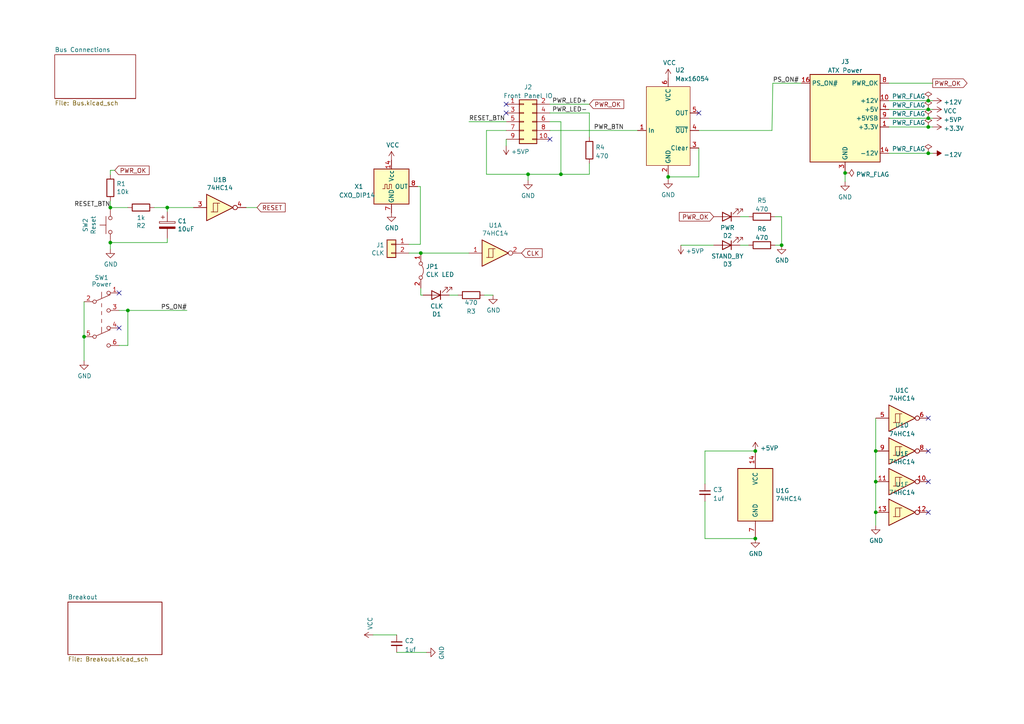
<source format=kicad_sch>
(kicad_sch (version 20211123) (generator eeschema)
  (paper "A4")
  (lib_symbols
    (symbol "74xx:74HC14" (pin_names (offset 1.016))
      (property "Reference" "U" (at 0 1.27 0))
      (property "Value" "74HC14" (at 0 -1.27 0))
      (symbol "74HC14_1_0"
        (polyline (pts (xy -3.81 3.81) (xy -3.81 -3.81) (xy 3.81 0) (xy -3.81 3.81)) (stroke (width 0.254)) (fill (type background)))
        (pin input line (at -7.62 0 0) (length 3.81) (name "~") (number "1"))
        (pin output inverted (at 7.62 0 180) (length 3.81) (name "~") (number "2"))
      )
      (symbol "74HC14_1_1"
        (polyline (pts (xy -1.905 -1.27) (xy -1.905 1.27) (xy -0.635 1.27)))
        (polyline (pts (xy -2.54 -1.27) (xy -0.635 -1.27) (xy -0.635 1.27) (xy 0 1.27)))
      )
      (symbol "74HC14_2_0"
        (polyline (pts (xy -3.81 3.81) (xy -3.81 -3.81) (xy 3.81 0) (xy -3.81 3.81)) (stroke (width 0.254)) (fill (type background)))
        (pin input line (at -7.62 0 0) (length 3.81) (name "~") (number "3"))
        (pin output inverted (at 7.62 0 180) (length 3.81) (name "~") (number "4"))
      )
      (symbol "74HC14_2_1"
        (polyline (pts (xy -1.905 -1.27) (xy -1.905 1.27) (xy -0.635 1.27)))
        (polyline (pts (xy -2.54 -1.27) (xy -0.635 -1.27) (xy -0.635 1.27) (xy 0 1.27)))
      )
      (symbol "74HC14_3_0"
        (polyline (pts (xy -3.81 3.81) (xy -3.81 -3.81) (xy 3.81 0) (xy -3.81 3.81)) (stroke (width 0.254)) (fill (type background)))
        (pin input line (at -7.62 0 0) (length 3.81) (name "~") (number "5"))
        (pin output inverted (at 7.62 0 180) (length 3.81) (name "~") (number "6"))
      )
      (symbol "74HC14_3_1"
        (polyline (pts (xy -1.905 -1.27) (xy -1.905 1.27) (xy -0.635 1.27)))
        (polyline (pts (xy -2.54 -1.27) (xy -0.635 -1.27) (xy -0.635 1.27) (xy 0 1.27)))
      )
      (symbol "74HC14_4_0"
        (polyline (pts (xy -3.81 3.81) (xy -3.81 -3.81) (xy 3.81 0) (xy -3.81 3.81)) (stroke (width 0.254)) (fill (type background)))
        (pin output inverted (at 7.62 0 180) (length 3.81) (name "~") (number "8"))
        (pin input line (at -7.62 0 0) (length 3.81) (name "~") (number "9"))
      )
      (symbol "74HC14_4_1"
        (polyline (pts (xy -1.905 -1.27) (xy -1.905 1.27) (xy -0.635 1.27)))
        (polyline (pts (xy -2.54 -1.27) (xy -0.635 -1.27) (xy -0.635 1.27) (xy 0 1.27)))
      )
      (symbol "74HC14_5_0"
        (polyline (pts (xy -3.81 3.81) (xy -3.81 -3.81) (xy 3.81 0) (xy -3.81 3.81)) (stroke (width 0.254)) (fill (type background)))
        (pin output inverted (at 7.62 0 180) (length 3.81) (name "~") (number "10"))
        (pin input line (at -7.62 0 0) (length 3.81) (name "~") (number "11"))
      )
      (symbol "74HC14_5_1"
        (polyline (pts (xy -1.905 -1.27) (xy -1.905 1.27) (xy -0.635 1.27)))
        (polyline (pts (xy -2.54 -1.27) (xy -0.635 -1.27) (xy -0.635 1.27) (xy 0 1.27)))
      )
      (symbol "74HC14_6_0"
        (polyline (pts (xy -3.81 3.81) (xy -3.81 -3.81) (xy 3.81 0) (xy -3.81 3.81)) (stroke (width 0.254)) (fill (type background)))
        (pin output inverted (at 7.62 0 180) (length 3.81) (name "~") (number "12"))
        (pin input line (at -7.62 0 0) (length 3.81) (name "~") (number "13"))
      )
      (symbol "74HC14_6_1"
        (polyline (pts (xy -1.905 -1.27) (xy -1.905 1.27) (xy -0.635 1.27)))
        (polyline (pts (xy -2.54 -1.27) (xy -0.635 -1.27) (xy -0.635 1.27) (xy 0 1.27)))
      )
      (symbol "74HC14_7_0"
        (pin power_in line (at 0 12.7 270) (length 5.08) (name "VCC") (number "14"))
        (pin power_in line (at 0 -12.7 90) (length 5.08) (name "GND") (number "7"))
      )
      (symbol "74HC14_7_1"
        (rectangle (start -5.08 7.62) (end 5.08 -7.62) (stroke (width 0.254)) (fill (type background)))
      )
    )
    (symbol "Connector:ATX-24"
      (property "Reference" "J" (at -8.89 13.97 0))
      (property "Value" "ATX-24" (at 6.35 13.97 0))
      (symbol "ATX-24_0_1"
        (rectangle (start -10.16 12.7) (end 10.16 -12.7) (stroke (width 0.254)) (fill (type background)))
      )
      (symbol "ATX-24_1_1"
        (pin power_out line (at 12.7 -2.54 180) (length 2.54) (name "+3.3V") (number "1"))
        (pin power_out line (at 12.7 5.08 180) (length 2.54) (name "+12V") (number "10"))
        (pin passive line (at 12.7 5.08 180) (length 2.54) hide (name "+12V") (number "11"))
        (pin passive line (at 12.7 -2.54 180) (length 2.54) hide (name "+3.3V") (number "12"))
        (pin passive line (at 12.7 -2.54 180) (length 2.54) hide (name "+3.3V") (number "13"))
        (pin power_out line (at 12.7 -10.16 180) (length 2.54) (name "-12V") (number "14"))
        (pin passive line (at 0 -15.24 90) (length 2.54) hide (name "GND") (number "15"))
        (pin open_collector line (at -12.7 10.16 0) (length 2.54) (name "PS_ON#") (number "16"))
        (pin passive line (at 0 -15.24 90) (length 2.54) hide (name "GND") (number "17"))
        (pin passive line (at 0 -15.24 90) (length 2.54) hide (name "GND") (number "18"))
        (pin passive line (at 0 -15.24 90) (length 2.54) hide (name "GND") (number "19"))
        (pin passive line (at 12.7 -2.54 180) (length 2.54) hide (name "+3.3V") (number "2"))
        (pin no_connect line (at -10.16 0 0) (length 2.54) hide (name "NC") (number "20"))
        (pin passive line (at 12.7 2.54 180) (length 2.54) hide (name "+5V") (number "21"))
        (pin passive line (at 12.7 2.54 180) (length 2.54) hide (name "+5V") (number "22"))
        (pin passive line (at 12.7 2.54 180) (length 2.54) hide (name "+5V") (number "23"))
        (pin passive line (at 0 -15.24 90) (length 2.54) hide (name "GND") (number "24"))
        (pin power_out line (at 0 -15.24 90) (length 2.54) (name "GND") (number "3"))
        (pin power_out line (at 12.7 2.54 180) (length 2.54) (name "+5V") (number "4"))
        (pin passive line (at 0 -15.24 90) (length 2.54) hide (name "GND") (number "5"))
        (pin passive line (at 12.7 2.54 180) (length 2.54) hide (name "+5V") (number "6"))
        (pin passive line (at 0 -15.24 90) (length 2.54) hide (name "GND") (number "7"))
        (pin output line (at 12.7 10.16 180) (length 2.54) (name "PWR_OK") (number "8"))
        (pin power_out line (at 12.7 0 180) (length 2.54) (name "+5VSB") (number "9"))
      )
    )
    (symbol "Connector_Generic:Conn_01x02" (pin_names (offset 1.016) hide)
      (property "Reference" "J" (at 0 2.54 0))
      (property "Value" "Conn_01x02" (at 0 -5.08 0))
      (symbol "Conn_01x02_1_1"
        (rectangle (start -1.27 -2.413) (end 0 -2.667) (stroke (width 0.1524)))
        (rectangle (start -1.27 0.127) (end 0 -0.127) (stroke (width 0.1524)))
        (rectangle (start -1.27 1.27) (end 1.27 -3.81) (stroke (width 0.254)) (fill (type background)))
        (pin passive line (at -5.08 0 0) (length 3.81) (name "Pin_1") (number "1"))
        (pin passive line (at -5.08 -2.54 0) (length 3.81) (name "Pin_2") (number "2"))
      )
    )
    (symbol "Connector_Generic:Conn_02x05_Odd_Even" (pin_names (offset 1.016) hide)
      (property "Reference" "J" (at 1.27 7.62 0))
      (property "Value" "Conn_02x05_Odd_Even" (at 1.27 -7.62 0))
      (symbol "Conn_02x05_Odd_Even_1_1"
        (rectangle (start -1.27 -4.953) (end 0 -5.207) (stroke (width 0.1524)))
        (rectangle (start -1.27 -2.413) (end 0 -2.667) (stroke (width 0.1524)))
        (rectangle (start -1.27 0.127) (end 0 -0.127) (stroke (width 0.1524)))
        (rectangle (start -1.27 2.667) (end 0 2.413) (stroke (width 0.1524)))
        (rectangle (start -1.27 5.207) (end 0 4.953) (stroke (width 0.1524)))
        (rectangle (start -1.27 6.35) (end 3.81 -6.35) (stroke (width 0.254)) (fill (type background)))
        (rectangle (start 3.81 -4.953) (end 2.54 -5.207) (stroke (width 0.1524)))
        (rectangle (start 3.81 -2.413) (end 2.54 -2.667) (stroke (width 0.1524)))
        (rectangle (start 3.81 0.127) (end 2.54 -0.127) (stroke (width 0.1524)))
        (rectangle (start 3.81 2.667) (end 2.54 2.413) (stroke (width 0.1524)))
        (rectangle (start 3.81 5.207) (end 2.54 4.953) (stroke (width 0.1524)))
        (pin passive line (at -5.08 5.08 0) (length 3.81) (name "Pin_1") (number "1"))
        (pin passive line (at 7.62 -5.08 180) (length 3.81) (name "Pin_10") (number "10"))
        (pin passive line (at 7.62 5.08 180) (length 3.81) (name "Pin_2") (number "2"))
        (pin passive line (at -5.08 2.54 0) (length 3.81) (name "Pin_3") (number "3"))
        (pin passive line (at 7.62 2.54 180) (length 3.81) (name "Pin_4") (number "4"))
        (pin passive line (at -5.08 0 0) (length 3.81) (name "Pin_5") (number "5"))
        (pin passive line (at 7.62 0 180) (length 3.81) (name "Pin_6") (number "6"))
        (pin passive line (at -5.08 -2.54 0) (length 3.81) (name "Pin_7") (number "7"))
        (pin passive line (at 7.62 -2.54 180) (length 3.81) (name "Pin_8") (number "8"))
        (pin passive line (at -5.08 -5.08 0) (length 3.81) (name "Pin_9") (number "9"))
      )
    )
    (symbol "Device:CP" (pin_numbers hide) (pin_names (offset 0.254))
      (property "Reference" "C" (at 0.635 2.54 0))
      (property "Value" "Device_CP" (at 0.635 -2.54 0))
      (symbol "CP_0_1"
        (rectangle (start -2.286 0.508) (end 2.286 1.016))
        (polyline (pts (xy -1.778 2.286) (xy -0.762 2.286)))
        (polyline (pts (xy -1.27 2.794) (xy -1.27 1.778)))
        (rectangle (start 2.286 -0.508) (end -2.286 -1.016) (fill (type outline)))
      )
      (symbol "CP_1_1"
        (pin passive line (at 0 3.81 270) (length 2.794) (name "~") (number "1"))
        (pin passive line (at 0 -3.81 90) (length 2.794) (name "~") (number "2"))
      )
    )
    (symbol "Device:C_Small" (pin_numbers hide) (pin_names (offset 0.254) hide)
      (property "Reference" "C" (at 0.254 1.778 0))
      (property "Value" "C_Small" (at 0.254 -2.032 0))
      (symbol "C_Small_0_1"
        (polyline (pts (xy -1.524 -0.508) (xy 1.524 -0.508)) (stroke (width 0.3302)))
        (polyline (pts (xy -1.524 0.508) (xy 1.524 0.508)) (stroke (width 0.3048)))
      )
      (symbol "C_Small_1_1"
        (pin passive line (at 0 2.54 270) (length 2.032) (name "~") (number "1"))
        (pin passive line (at 0 -2.54 90) (length 2.032) (name "~") (number "2"))
      )
    )
    (symbol "Device:LED" (pin_numbers hide) (pin_names (offset 1.016) hide)
      (property "Reference" "D" (at 0 2.54 0))
      (property "Value" "LED" (at 0 -2.54 0))
      (symbol "LED_0_1"
        (polyline (pts (xy -1.27 -1.27) (xy -1.27 1.27)) (stroke (width 0.254)))
        (polyline (pts (xy -1.27 0) (xy 1.27 0)))
        (polyline (pts (xy 1.27 -1.27) (xy 1.27 1.27) (xy -1.27 0) (xy 1.27 -1.27)) (stroke (width 0.254)))
        (polyline (pts (xy -3.048 -0.762) (xy -4.572 -2.286) (xy -3.81 -2.286) (xy -4.572 -2.286) (xy -4.572 -1.524)))
        (polyline (pts (xy -1.778 -0.762) (xy -3.302 -2.286) (xy -2.54 -2.286) (xy -3.302 -2.286) (xy -3.302 -1.524)))
      )
      (symbol "LED_1_1"
        (pin passive line (at -3.81 0 0) (length 2.54) (name "K") (number "1"))
        (pin passive line (at 3.81 0 180) (length 2.54) (name "A") (number "2"))
      )
    )
    (symbol "Device:R" (pin_numbers hide) (pin_names (offset 0))
      (property "Reference" "R" (at 2.032 0 90))
      (property "Value" "R" (at 0 0 90))
      (symbol "R_0_1"
        (rectangle (start -1.016 -2.54) (end 1.016 2.54) (stroke (width 0.254)))
      )
      (symbol "R_1_1"
        (pin passive line (at 0 3.81 270) (length 1.27) (name "~") (number "1"))
        (pin passive line (at 0 -3.81 90) (length 1.27) (name "~") (number "2"))
      )
    )
    (symbol "Jumper:Jumper_2_Bridged" (pin_names (offset 0) hide)
      (property "Reference" "JP" (at 0 1.905 0))
      (property "Value" "Jumper_2_Bridged" (at 0 -2.54 0))
      (symbol "Jumper_2_Bridged_0_0"
        (circle (center -2.032 0) (radius 0.508))
        (circle (center 2.032 0) (radius 0.508))
      )
      (symbol "Jumper_2_Bridged_0_1"
        (arc (start 1.524 0.254) (mid 0 0.762) (end -1.524 0.254))
      )
      (symbol "Jumper_2_Bridged_1_1"
        (pin passive line (at -5.08 0 0) (length 2.54) (name "A") (number "1"))
        (pin passive line (at 5.08 0 180) (length 2.54) (name "B") (number "2"))
      )
    )
    (symbol "Oscillator:DGOF5S3" (pin_names (offset 0.254))
      (property "Reference" "X" (at -5.08 6.35 0))
      (property "Value" "DGOF5S3" (at 1.27 -6.35 0))
      (symbol "DGOF5S3_0_1"
        (rectangle (start -5.08 5.08) (end 5.08 -5.08) (stroke (width 0.254)) (fill (type background)))
        (polyline (pts (xy -2.54 -0.635) (xy -1.905 -0.635) (xy -1.905 0.635) (xy -1.27 0.635) (xy -1.27 -0.635) (xy -0.635 -0.635) (xy -0.635 0.635) (xy 0 0.635) (xy 0 -0.635)))
      )
      (symbol "DGOF5S3_1_1"
        (pin no_connect line (at -7.62 0 0) (length 2.54) hide (name "NC") (number "1"))
        (pin power_in line (at 0 7.62 270) (length 2.54) (name "Vcc") (number "14"))
        (pin power_in line (at 0 -7.62 90) (length 2.54) (name "GND") (number "7"))
        (pin output line (at 7.62 0 180) (length 2.54) (name "OUT") (number "8"))
      )
    )
    (symbol "Private Lib:Max16054"
      (property "Reference" "U" (at 0 -13.97 0))
      (property "Value" "Max16054" (at 0 -10.16 0))
      (symbol "Max16054_0_1"
        (rectangle (start -6.35 -5.08) (end 6.35 -27.94) (fill (type background)))
      )
      (symbol "Max16054_1_1"
        (pin input line (at -8.89 -17.78 0) (length 2.54) (name "In") (number "1"))
        (pin power_in line (at 0 -30.48 90) (length 2.54) (name "GND") (number "2"))
        (pin input line (at 8.89 -22.86 180) (length 2.54) (name "Clear") (number "3"))
        (pin output line (at 8.89 -17.78 180) (length 2.54) (name "~{OUT}") (number "4"))
        (pin output line (at 8.89 -12.7 180) (length 2.54) (name "OUT") (number "5"))
        (pin power_in line (at 0 -2.54 270) (length 2.54) (name "VCC") (number "6"))
      )
    )
    (symbol "Switch:SW_Push" (pin_numbers hide) (pin_names (offset 1.016) hide)
      (property "Reference" "SW" (at 1.27 2.54 0))
      (property "Value" "SW_Push" (at 0 -1.524 0))
      (symbol "SW_Push_0_1"
        (circle (center -2.032 0) (radius 0.508))
        (polyline (pts (xy 0 1.27) (xy 0 3.048)))
        (polyline (pts (xy 2.54 1.27) (xy -2.54 1.27)))
        (circle (center 2.032 0) (radius 0.508))
        (pin passive line (at -5.08 0 0) (length 2.54) (name "1") (number "1"))
        (pin passive line (at 5.08 0 180) (length 2.54) (name "2") (number "2"))
      )
    )
    (symbol "Switch:SW_Push_DPDT" (pin_names (offset 0) hide)
      (property "Reference" "SW" (at 0 8.89 0))
      (property "Value" "SW_Push_DPDT" (at 0 -10.16 0))
      (symbol "SW_Push_DPDT_0_0"
        (circle (center -2.032 -5.08) (radius 0.508))
        (circle (center -2.032 5.08) (radius 0.508))
        (circle (center 2.032 -7.62) (radius 0.508))
        (circle (center 2.032 2.54) (radius 0.508))
      )
      (symbol "SW_Push_DPDT_0_1"
        (polyline (pts (xy -1.524 -4.826) (xy 2.54 -3.048)))
        (polyline (pts (xy -1.524 5.334) (xy 2.54 7.112)))
        (polyline (pts (xy 0 -2.286) (xy 0 -4.064)))
        (polyline (pts (xy 0 -1.016) (xy 0 0)))
        (polyline (pts (xy 0 1.27) (xy 0 2.286)))
        (polyline (pts (xy 0 3.556) (xy 0 4.572)))
        (polyline (pts (xy 0 7.874) (xy 0 6.096)))
        (circle (center 2.032 -2.54) (radius 0.508))
        (circle (center 2.032 7.62) (radius 0.508))
      )
      (symbol "SW_Push_DPDT_1_1"
        (pin passive line (at 5.08 7.62 180) (length 2.54) (name "A") (number "1"))
        (pin passive line (at -5.08 5.08 0) (length 2.54) (name "B") (number "2"))
        (pin passive line (at 5.08 2.54 180) (length 2.54) (name "C") (number "3"))
        (pin passive line (at 5.08 -2.54 180) (length 2.54) (name "A") (number "4"))
        (pin passive line (at -5.08 -5.08 0) (length 2.54) (name "B") (number "5"))
        (pin passive line (at 5.08 -7.62 180) (length 2.54) (name "C") (number "6"))
      )
    )
    (symbol "power:+12V" (power) (pin_names (offset 0))
      (property "Value" "+12V" (at 0 3.556 0))
      (symbol "+12V_0_1"
        (polyline (pts (xy -0.762 1.27) (xy 0 2.54)))
        (polyline (pts (xy 0 0) (xy 0 2.54)))
        (polyline (pts (xy 0 2.54) (xy 0.762 1.27)))
      )
      (symbol "+12V_1_1"
        (pin power_in line (at 0 0 90) (length 0) hide (name "+12V") (number "1"))
      )
    )
    (symbol "power:+3.3V" (power) (pin_names (offset 0))
      (property "Value" "+3.3V" (at 0 3.556 0))
      (symbol "+3.3V_0_1"
        (polyline (pts (xy -0.762 1.27) (xy 0 2.54)))
        (polyline (pts (xy 0 0) (xy 0 2.54)))
        (polyline (pts (xy 0 2.54) (xy 0.762 1.27)))
      )
      (symbol "+3.3V_1_1"
        (pin power_in line (at 0 0 90) (length 0) hide (name "+3.3V") (number "1"))
      )
    )
    (symbol "power:+5VP" (power) (pin_names (offset 0))
      (property "Value" "+5VP" (at 0 3.556 0))
      (symbol "+5VP_0_1"
        (polyline (pts (xy -0.762 1.27) (xy 0 2.54)))
        (polyline (pts (xy 0 0) (xy 0 2.54)))
        (polyline (pts (xy 0 2.54) (xy 0.762 1.27)))
      )
      (symbol "+5VP_1_1"
        (pin power_in line (at 0 0 90) (length 0) hide (name "+5VP") (number "1"))
      )
    )
    (symbol "power:-12V" (power) (pin_names (offset 0))
      (property "Value" "-12V" (at 0 3.81 0))
      (symbol "-12V_0_0"
        (pin power_in line (at 0 0 90) (length 0) hide (name "-12V") (number "1"))
      )
      (symbol "-12V_0_1"
        (polyline (pts (xy 0 0) (xy 0 1.27) (xy 0.762 1.27) (xy 0 2.54) (xy -0.762 1.27) (xy 0 1.27)) (fill (type outline)))
      )
    )
    (symbol "power:GND" (power) (pin_names (offset 0))
      (property "Value" "GND" (at 0 -3.81 0))
      (symbol "GND_0_1"
        (polyline (pts (xy 0 0) (xy 0 -1.27) (xy 1.27 -1.27) (xy 0 -2.54) (xy -1.27 -1.27) (xy 0 -1.27)))
      )
      (symbol "GND_1_1"
        (pin power_in line (at 0 0 270) (length 0) hide (name "GND") (number "1"))
      )
    )
    (symbol "power:PWR_FLAG" (power) (pin_numbers hide) (pin_names (offset 0) hide)
      (property "Value" "PWR_FLAG" (at 0 3.81 0))
      (symbol "PWR_FLAG_0_0"
        (pin power_out line (at 0 0 90) (length 0) (name "pwr") (number "1"))
      )
      (symbol "PWR_FLAG_0_1"
        (polyline (pts (xy 0 0) (xy 0 1.27) (xy -1.016 1.905) (xy 0 2.54) (xy 1.016 1.905) (xy 0 1.27)))
      )
    )
    (symbol "power:VCC" (power) (pin_names (offset 0))
      (property "Value" "VCC" (at 0 3.81 0))
      (symbol "VCC_0_1"
        (polyline (pts (xy -0.762 1.27) (xy 0 2.54)))
        (polyline (pts (xy 0 0) (xy 0 2.54)))
        (polyline (pts (xy 0 2.54) (xy 0.762 1.27)))
      )
      (symbol "VCC_1_1"
        (pin power_in line (at 0 0 90) (length 0) hide (name "VCC") (number "1"))
      )
    )
  )
  (junction (at 254 148.59))
  (junction (at 226.695 71.12))
  (junction (at 269.24 44.45))
  (junction (at 269.24 34.29))
  (junction (at 245.11 50.165))
  (junction (at 32.004 60.198))
  (junction (at 269.24 29.21))
  (junction (at 24.384 97.663))
  (junction (at 219.075 156.21))
  (junction (at 153.162 50.546))
  (junction (at 269.24 31.75))
  (junction (at 254 139.7))
  (junction (at 269.24 36.83))
  (junction (at 122.047 73.406))
  (junction (at 32.004 70.358))
  (junction (at 48.514 60.198))
  (junction (at 219.075 130.81))
  (junction (at 37.084 90.043))
  (junction (at 193.802 51.308))
  (junction (at 254 130.81))
  (junction (at 162.687 50.546))
  (no_connect (at 34.544 95.123))
  (no_connect (at 146.812 32.766))
  (no_connect (at 202.692 32.766))
  (no_connect (at 269.24 139.7))
  (no_connect (at 159.512 40.386))
  (no_connect (at 269.24 148.59))
  (no_connect (at 34.544 84.963))
  (no_connect (at 146.812 30.226))
  (no_connect (at 269.24 121.285))
  (no_connect (at 269.24 130.81))
  (wire (pts (xy 193.802 51.308) (xy 193.802 50.546)))
  (wire (pts (xy 32.004 70.358) (xy 48.514 70.358)))
  (wire (pts (xy 48.514 61.468) (xy 48.514 60.198)))
  (wire (pts (xy 245.11 52.705) (xy 245.11 50.165)))
  (wire (pts (xy 162.687 35.306) (xy 162.687 50.546)))
  (wire (pts (xy 224.79 71.12) (xy 226.695 71.12)))
  (wire (pts (xy 269.24 31.75) (xy 270.51 31.75)))
  (wire (pts (xy 32.004 60.198) (xy 37.084 60.198)))
  (wire (pts (xy 153.162 50.546) (xy 153.162 52.324)))
  (wire (pts (xy 219.075 130.81) (xy 204.47 130.81)))
  (wire (pts (xy 141.097 50.546) (xy 153.162 50.546)))
  (wire (pts (xy 204.47 156.21) (xy 219.075 156.21)))
  (wire (pts (xy 24.384 97.663) (xy 24.384 104.648)))
  (wire (pts (xy 122.047 83.566) (xy 122.047 85.598)))
  (wire (pts (xy 204.47 130.81) (xy 204.47 140.335)))
  (wire (pts (xy 32.004 49.403) (xy 33.274 49.403)))
  (wire (pts (xy 257.81 29.21) (xy 269.24 29.21)))
  (wire (pts (xy 132.842 85.598) (xy 130.302 85.598)))
  (wire (pts (xy 122.047 85.598) (xy 122.682 85.598)))
  (wire (pts (xy 217.17 71.12) (xy 214.63 71.12)))
  (wire (pts (xy 270.51 29.21) (xy 269.24 29.21)))
  (wire (pts (xy 48.514 70.358) (xy 48.514 69.088)))
  (wire (pts (xy 257.81 31.75) (xy 269.24 31.75)))
  (wire (pts (xy 197.485 71.12) (xy 207.01 71.12)))
  (wire (pts (xy 224.79 62.865) (xy 226.695 62.865)))
  (wire (pts (xy 122.047 73.406) (xy 136.017 73.406)))
  (wire (pts (xy 254 148.59) (xy 254 152.4)))
  (wire (pts (xy 254 130.81) (xy 254 139.7)))
  (wire (pts (xy 226.695 62.865) (xy 226.695 71.12)))
  (wire (pts (xy 34.544 100.203) (xy 37.084 100.203)))
  (wire (pts (xy 32.004 70.358) (xy 32.004 72.263)))
  (wire (pts (xy 121.92 54.102) (xy 121.92 70.866)))
  (wire (pts (xy 223.901 37.846) (xy 224.155 24.13)))
  (wire (pts (xy 37.084 90.043) (xy 54.229 90.043)))
  (wire (pts (xy 37.084 100.203) (xy 37.084 90.043)))
  (wire (pts (xy 170.942 39.751) (xy 170.942 32.766)))
  (wire (pts (xy 162.687 50.546) (xy 170.942 50.546)))
  (wire (pts (xy 159.512 37.846) (xy 184.912 37.846)))
  (wire (pts (xy 170.942 47.371) (xy 170.942 50.546)))
  (wire (pts (xy 121.92 70.866) (xy 118.618 70.866)))
  (wire (pts (xy 270.51 24.13) (xy 257.81 24.13)))
  (wire (pts (xy 270.51 36.83) (xy 269.24 36.83)))
  (wire (pts (xy 257.81 44.45) (xy 269.24 44.45)))
  (wire (pts (xy 146.812 37.846) (xy 141.097 37.846)))
  (wire (pts (xy 115.062 189.23) (xy 123.698 189.23)))
  (wire (pts (xy 202.692 42.926) (xy 202.692 51.308)))
  (wire (pts (xy 146.812 42.291) (xy 146.812 40.386)))
  (wire (pts (xy 159.512 32.766) (xy 170.942 32.766)))
  (wire (pts (xy 202.692 37.846) (xy 223.901 37.846)))
  (wire (pts (xy 257.81 34.29) (xy 269.24 34.29)))
  (wire (pts (xy 193.802 52.07) (xy 193.802 51.308)))
  (wire (pts (xy 143.002 85.598) (xy 140.462 85.598)))
  (wire (pts (xy 44.704 60.198) (xy 48.514 60.198)))
  (wire (pts (xy 118.618 73.406) (xy 122.047 73.406)))
  (wire (pts (xy 257.81 36.83) (xy 269.24 36.83)))
  (wire (pts (xy 245.11 50.165) (xy 245.11 49.53)))
  (wire (pts (xy 24.384 87.503) (xy 24.384 97.663)))
  (wire (pts (xy 32.004 58.293) (xy 32.004 60.198)))
  (wire (pts (xy 162.687 50.546) (xy 153.162 50.546)))
  (wire (pts (xy 170.942 30.226) (xy 159.512 30.226)))
  (wire (pts (xy 141.097 37.846) (xy 141.097 50.546)))
  (wire (pts (xy 204.47 145.415) (xy 204.47 156.21)))
  (wire (pts (xy 136.017 35.306) (xy 146.812 35.306)))
  (wire (pts (xy 217.17 62.865) (xy 214.63 62.865)))
  (wire (pts (xy 108.204 184.15) (xy 115.062 184.15)))
  (wire (pts (xy 254 121.285) (xy 254 130.81)))
  (wire (pts (xy 32.004 49.403) (xy 32.004 50.673)))
  (wire (pts (xy 270.51 44.45) (xy 269.24 44.45)))
  (wire (pts (xy 159.512 35.306) (xy 162.687 35.306)))
  (wire (pts (xy 71.374 60.198) (xy 74.549 60.198)))
  (wire (pts (xy 202.692 51.308) (xy 193.802 51.308)))
  (wire (pts (xy 254 139.7) (xy 254 148.59)))
  (wire (pts (xy 48.514 60.198) (xy 56.134 60.198)))
  (wire (pts (xy 121.158 54.102) (xy 121.92 54.102)))
  (wire (pts (xy 224.155 24.13) (xy 232.41 24.13)))
  (wire (pts (xy 34.544 90.043) (xy 37.084 90.043)))
  (wire (pts (xy 270.51 34.29) (xy 269.24 34.29)))
  (label "PWR_BTN" (at 172.212 37.846 0))
  (label "PS_ON#" (at 224.155 24.13 0))
  (label "PWR_LED+" (at 160.147 30.226 0))
  (label "RESET_BTN" (at 32.004 60.198 180))
  (label "PWR_LED-" (at 160.147 32.766 0))
  (label "PS_ON#" (at 54.229 90.043 180))
  (label "RESET_BTN" (at 136.017 35.306 0))
  (global_label "PWR_OK" (shape input) (at 207.01 62.865 180) (property "Intersheet References" "${INTERSHEET_REFS}" (effects hide)))
  (global_label "RESET" (shape input) (at 74.549 60.198 0) (property "Intersheet References" "${INTERSHEET_REFS}" (effects hide)))
  (global_label "PWR_OK" (shape input) (at 33.274 49.403 0) (property "Intersheet References" "${INTERSHEET_REFS}" (effects hide)))
  (global_label "PWR_OK" (shape input) (at 170.942 30.226 0) (property "Intersheet References" "${INTERSHEET_REFS}" (effects hide)))
  (global_label "PWR_OK" (shape output) (at 270.51 24.13 0) (property "Intersheet References" "${INTERSHEET_REFS}" (effects hide)))
  (global_label "CLK" (shape input) (at 151.257 73.406 0) (property "Intersheet References" "${INTERSHEET_REFS}" (effects hide)))
  (symbol (lib_id "power:GND") (at 24.384 104.648 0) (unit 1)
    (property "Reference" "#PWR01" (effects hide))
    (property "Value" "GND" (at 24.511 109.0422 0))
  )
  (symbol (lib_id "power:GND") (at 254 152.4 0) (unit 1)
    (property "Reference" "#PWR017" (effects hide))
    (property "Value" "GND" (at 254.127 156.7942 0))
  )
  (symbol (lib_id "power:PWR_FLAG") (at 269.24 34.29 0) (unit 1)
    (property "Reference" "#FLG04" (effects hide))
    (property "Value" "PWR_FLAG" (at 263.525 33.02 0))
  )
  (symbol (lib_id "power:+5VP") (at 197.485 71.12 180) (unit 1)
    (property "Reference" "#PWR012" (effects hide))
    (property "Value" "+5VP" (at 198.882 72.8238 0) (effects (justify right)))
  )
  (symbol (lib_id "Device:R") (at 220.98 71.12 90) (unit 1)
    (property "Reference" "R6" (at 220.98 66.4042 90))
    (property "Value" "470" (at 220.98 68.9411 90))
    (property "Footprint" "Resistor_SMD:R_0805_2012Metric_Pad1.20x1.40mm_HandSolder" (effects hide))
  )
  (symbol (lib_id "power:GND") (at 153.162 52.324 0) (unit 1)
    (property "Reference" "#PWR09" (effects hide))
    (property "Value" "GND" (at 153.162 56.7674 0))
  )
  (symbol (lib_id "power:+12V") (at 270.51 29.21 270) (unit 1)
    (property "Reference" "#PWR018" (effects hide))
    (property "Value" "+12V" (at 273.685 29.6438 90) (effects (justify left)))
  )
  (symbol (lib_id "Device:R") (at 136.652 85.598 270) (unit 1)
    (property "Reference" "R3" (at 136.652 90.3138 90))
    (property "Value" "470" (at 136.652 87.7769 90))
    (property "Footprint" "Resistor_SMD:R_0805_2012Metric_Pad1.20x1.40mm_HandSolder" (effects hide))
  )
  (symbol (lib_id "Jumper:Jumper_2_Bridged") (at 122.047 78.486 270) (unit 1)
    (property "Reference" "JP1" (at 123.5202 77.3176 90) (effects (justify left)))
    (property "Value" "CLK LED" (at 123.5202 79.629 90) (effects (justify left)))
    (property "Footprint" "Connector_PinHeader_2.54mm:PinHeader_1x02_P2.54mm_Vertical" (effects hide))
  )
  (symbol (lib_id "Connector_Generic:Conn_02x05_Odd_Even") (at 151.892 35.306 0) (unit 1)
    (property "Reference" "J2" (at 153.162 25.2562 0))
    (property "Value" "Front Panel IO" (at 153.162 27.7931 0))
    (property "Footprint" "Connector_PinHeader_2.54mm:PinHeader_2x05_P2.54mm_Vertical" (effects hide))
  )
  (symbol (lib_id "74xx:74HC14") (at 63.754 60.198 0) (unit 2)
    (property "Reference" "U1" (at 63.754 52.1462 0))
    (property "Value" "74HC14" (at 63.754 54.4576 0))
    (property "Footprint" "Package_SO:SO-14_5.3x10.2mm_P1.27mm" (effects hide))
    (property "Datasheet" "http://www.ti.com/lit/gpn/sn74HC14" (effects hide))
  )
  (symbol (lib_id "power:GND") (at 113.538 61.722 0) (unit 1)
    (property "Reference" "#PWR05" (effects hide))
    (property "Value" "GND" (at 113.665 66.1162 0))
  )
  (symbol (lib_id "power:VCC") (at 193.802 22.606 0) (unit 1)
    (property "Reference" "#PWR010" (effects hide))
    (property "Value" "VCC" (at 194.183 18.2118 0))
  )
  (symbol (lib_id "power:GND") (at 32.004 72.263 0) (unit 1)
    (property "Reference" "#PWR02" (effects hide))
    (property "Value" "GND" (at 32.131 76.6572 0))
  )
  (symbol (lib_id "74xx:74HC14") (at 261.62 121.285 0) (unit 3)
    (property "Reference" "U1" (at 261.62 113.2332 0))
    (property "Value" "74HC14" (at 261.62 115.5446 0))
    (property "Footprint" "Package_SO:SO-14_5.3x10.2mm_P1.27mm" (effects hide))
    (property "Datasheet" "http://www.ti.com/lit/gpn/sn74HC14" (effects hide))
  )
  (symbol (lib_id "Switch:SW_Push_DPDT") (at 29.464 92.583 0) (unit 1)
    (property "Reference" "SW1" (at 29.464 80.518 0))
    (property "Value" "Power" (at 29.464 82.423 0))
    (property "Footprint" "Private Lib:7mm x 7mm  Tactile Switch" (effects hide))
  )
  (symbol (lib_id "power:PWR_FLAG") (at 269.24 31.75 0) (unit 1)
    (property "Reference" "#FLG03" (effects hide))
    (property "Value" "PWR_FLAG" (at 263.525 30.48 0))
  )
  (symbol (lib_id "Oscillator:DGOF5S3") (at 113.538 54.102 0) (unit 1)
    (property "Reference" "X1" (at 102.743 54.102 0) (effects (justify left)))
    (property "Value" "CXO_DIP14" (at 98.298 56.642 0) (effects (justify left)))
    (property "Footprint" "Oscillator:Oscillator_DIP-14" (effects hide))
    (property "Datasheet" "http://cdn-reichelt.de/documents/datenblatt/B400/OSZI.pdf" (effects hide))
  )
  (symbol (lib_id "Device:R") (at 220.98 62.865 90) (unit 1)
    (property "Reference" "R5" (at 220.98 58.1492 90))
    (property "Value" "470" (at 220.98 60.6861 90))
    (property "Footprint" "Resistor_SMD:R_0805_2012Metric_Pad1.20x1.40mm_HandSolder" (effects hide))
  )
  (symbol (lib_id "Device:C_Small") (at 204.47 142.875 0) (unit 1)
    (property "Reference" "C3" (at 206.7941 142.0466 0) (effects (justify left)))
    (property "Value" "1uf" (at 206.7941 144.5835 0) (effects (justify left)))
    (property "Footprint" "Capacitor_SMD:C_0805_2012Metric_Pad1.18x1.45mm_HandSolder" (effects hide))
  )
  (symbol (lib_id "power:+3.3V") (at 270.51 36.83 270) (unit 1)
    (property "Reference" "#PWR021" (effects hide))
    (property "Value" "+3.3V" (at 273.685 37.2638 90) (effects (justify left)))
  )
  (symbol (lib_id "power:VCC") (at 270.51 31.75 270) (unit 1)
    (property "Reference" "#PWR019" (effects hide))
    (property "Value" "VCC" (at 273.685 32.1838 90) (effects (justify left)))
  )
  (symbol (lib_id "power:VCC") (at 113.538 46.482 0) (unit 1)
    (property "Reference" "#PWR04" (effects hide))
    (property "Value" "VCC" (at 113.919 42.0878 0))
  )
  (symbol (lib_id "Connector_Generic:Conn_01x02") (at 113.538 70.866 0) (mirror y) (unit 1)
    (property "Reference" "J1" (at 111.506 71.0692 0) (effects (justify left)))
    (property "Value" "CLK" (at 111.506 73.3806 0) (effects (justify left)))
    (property "Footprint" "Connector_PinHeader_2.54mm:PinHeader_1x02_P2.54mm_Vertical" (effects hide))
  )
  (symbol (lib_id "Connector:ATX-24") (at 245.11 34.29 0) (unit 1)
    (property "Reference" "J3" (at 245.11 17.8902 0))
    (property "Value" "ATX Power" (at 245.11 20.4271 0))
    (property "Footprint" "Connector_Molex:Molex_Mini-Fit_Jr_5566-24A_2x12_P4.20mm_Vertical" (effects hide))
    (property "Datasheet" "https://www.intel.com/content/dam/www/public/us/en/documents/guides/power-supply-design-guide-june.pdf#page=33" (effects hide))
  )
  (symbol (lib_id "power:GND") (at 226.695 71.12 0) (unit 1)
    (property "Reference" "#PWR015" (effects hide))
    (property "Value" "GND" (at 226.822 75.5142 0))
  )
  (symbol (lib_id "Device:C_Small") (at 115.062 186.69 0) (unit 1)
    (property "Reference" "C2" (at 117.3861 185.8616 0) (effects (justify left)))
    (property "Value" "1uf" (at 117.3861 188.3985 0) (effects (justify left)))
    (property "Footprint" "Capacitor_SMD:C_0805_2012Metric_Pad1.18x1.45mm_HandSolder" (effects hide))
  )
  (symbol (lib_id "Private Lib:Max16054") (at 193.802 20.066 0) (unit 1)
    (property "Reference" "U2" (at 195.8214 20.32 0) (effects (justify left)))
    (property "Value" "Max16054" (at 195.8214 22.86 0) (effects (justify left)))
    (property "Footprint" "Package_TO_SOT_SMD:TSOT-23-6" (effects hide))
  )
  (symbol (lib_id "power:-12V") (at 270.51 44.45 270) (unit 1)
    (property "Reference" "#PWR022" (effects hide))
    (property "Value" "-12V" (at 273.685 44.8838 90) (effects (justify left)))
  )
  (symbol (lib_id "power:GND") (at 193.802 52.07 0) (unit 1)
    (property "Reference" "#PWR011" (effects hide))
    (property "Value" "GND" (at 193.802 56.5134 0))
  )
  (symbol (lib_id "Device:LED") (at 126.492 85.598 180) (unit 1)
    (property "Reference" "D1" (at 126.6698 91.1098 0))
    (property "Value" "CLK" (at 126.6698 88.7984 0))
    (property "Footprint" "LED_SMD:LED_0805_2012Metric_Pad1.15x1.40mm_HandSolder" (effects hide))
  )
  (symbol (lib_id "74xx:74HC14") (at 219.075 143.51 0) (unit 7)
    (property "Reference" "U1" (at 224.917 142.3416 0) (effects (justify left)))
    (property "Value" "74HC14" (at 224.917 144.653 0) (effects (justify left)))
    (property "Footprint" "Package_SO:SO-14_5.3x10.2mm_P1.27mm" (effects hide))
    (property "Datasheet" "http://www.ti.com/lit/gpn/sn74HC14" (effects hide))
  )
  (symbol (lib_id "power:GND") (at 245.11 52.705 0) (unit 1)
    (property "Reference" "#PWR016" (effects hide))
    (property "Value" "GND" (at 245.11 57.1484 0))
  )
  (symbol (lib_id "power:PWR_FLAG") (at 269.24 44.45 0) (unit 1)
    (property "Reference" "#FLG06" (effects hide))
    (property "Value" "PWR_FLAG" (at 263.525 43.18 0))
  )
  (symbol (lib_id "74xx:74HC14") (at 261.62 148.59 0) (unit 6)
    (property "Reference" "U1" (at 261.62 140.5382 0))
    (property "Value" "74HC14" (at 261.62 142.8496 0))
    (property "Footprint" "Package_SO:SO-14_5.3x10.2mm_P1.27mm" (effects hide))
    (property "Datasheet" "http://www.ti.com/lit/gpn/sn74HC14" (effects hide))
  )
  (symbol (lib_id "power:PWR_FLAG") (at 245.11 50.165 270) (unit 1)
    (property "Reference" "#FLG01" (effects hide))
    (property "Value" "PWR_FLAG" (at 248.285 50.5988 90) (effects (justify left)))
  )
  (symbol (lib_id "74xx:74HC14") (at 143.637 73.406 0) (unit 1)
    (property "Reference" "U1" (at 143.637 65.3542 0))
    (property "Value" "74HC14" (at 143.637 67.6656 0))
    (property "Footprint" "Package_SO:SO-14_5.3x10.2mm_P1.27mm" (effects hide))
    (property "Datasheet" "http://www.ti.com/lit/gpn/sn74HC14" (effects hide))
  )
  (symbol (lib_id "Device:LED") (at 210.82 62.865 180) (unit 1)
    (property "Reference" "D2" (at 210.9978 68.3768 0))
    (property "Value" "PWR" (at 210.9978 66.0654 0))
    (property "Footprint" "LED_SMD:LED_0805_2012Metric_Pad1.15x1.40mm_HandSolder" (effects hide))
  )
  (symbol (lib_id "power:PWR_FLAG") (at 269.24 29.21 0) (unit 1)
    (property "Reference" "#FLG02" (effects hide))
    (property "Value" "PWR_FLAG" (at 263.525 27.94 0))
  )
  (symbol (lib_id "power:GND") (at 219.075 156.21 0) (unit 1)
    (property "Reference" "#PWR014" (effects hide))
    (property "Value" "GND" (at 219.202 160.6042 0))
  )
  (symbol (lib_id "74xx:74HC14") (at 261.62 130.81 0) (unit 4)
    (property "Reference" "U1" (at 261.62 123.3002 0))
    (property "Value" "74HC14" (at 261.62 125.8371 0))
    (property "Footprint" "Package_SO:SO-14_5.3x10.2mm_P1.27mm" (effects hide))
    (property "Datasheet" "http://www.ti.com/lit/gpn/sn74HC14" (effects hide))
  )
  (symbol (lib_id "power:+5VP") (at 219.075 130.81 0) (unit 1)
    (property "Reference" "#PWR013" (effects hide))
    (property "Value" "+5VP" (at 220.472 129.9738 0) (effects (justify left)))
  )
  (symbol (lib_id "power:+5VP") (at 146.812 42.291 180) (unit 1)
    (property "Reference" "#PWR08" (effects hide))
    (property "Value" "+5VP" (at 148.209 43.9948 0) (effects (justify right)))
  )
  (symbol (lib_id "Device:R") (at 40.894 60.198 270) (unit 1)
    (property "Reference" "R2" (at 40.894 65.4558 90))
    (property "Value" "1k" (at 40.894 63.1444 90))
    (property "Footprint" "Resistor_SMD:R_0805_2012Metric_Pad1.20x1.40mm_HandSolder" (effects hide))
  )
  (symbol (lib_id "Device:R") (at 32.004 54.483 0) (unit 1)
    (property "Reference" "R1" (at 33.782 53.3146 0) (effects (justify left)))
    (property "Value" "10k" (at 33.782 55.626 0) (effects (justify left)))
    (property "Footprint" "Resistor_SMD:R_0805_2012Metric_Pad1.20x1.40mm_HandSolder" (effects hide))
  )
  (symbol (lib_id "power:GND") (at 143.002 85.598 0) (unit 1)
    (property "Reference" "#PWR07" (effects hide))
    (property "Value" "GND" (at 143.129 89.9922 0))
  )
  (symbol (lib_id "power:GND") (at 123.698 189.23 90) (mirror x) (unit 1)
    (property "Reference" "#PWR06" (effects hide))
    (property "Value" "GND" (at 128.0922 189.357 0))
  )
  (symbol (lib_id "power:+5VP") (at 270.51 34.29 270) (unit 1)
    (property "Reference" "#PWR020" (effects hide))
    (property "Value" "+5VP" (at 273.685 34.7238 90) (effects (justify left)))
  )
  (symbol (lib_id "Device:LED") (at 210.82 71.12 180) (unit 1)
    (property "Reference" "D3" (at 210.9978 76.6318 0))
    (property "Value" "STAND_BY" (at 210.9978 74.3204 0))
    (property "Footprint" "LED_SMD:LED_0805_2012Metric_Pad1.15x1.40mm_HandSolder" (effects hide))
  )
  (symbol (lib_id "power:VCC") (at 108.204 184.15 90) (mirror x) (unit 1)
    (property "Reference" "#PWR03" (effects hide))
    (property "Value" "VCC" (at 107.3678 182.753 0) (effects (justify right)))
  )
  (symbol (lib_id "Device:R") (at 170.942 43.561 180) (unit 1)
    (property "Reference" "R4" (at 172.72 42.7263 0) (effects (justify right)))
    (property "Value" "470" (at 172.72 45.2632 0) (effects (justify right)))
    (property "Footprint" "Resistor_SMD:R_0805_2012Metric_Pad1.20x1.40mm_HandSolder" (effects hide))
  )
  (symbol (lib_id "Device:CP") (at 48.514 65.278 0) (unit 1)
    (property "Reference" "C1" (at 51.5112 64.1096 0) (effects (justify left)))
    (property "Value" "10uF" (at 51.5112 66.421 0) (effects (justify left)))
    (property "Footprint" "Capacitor_THT:CP_Radial_D5.0mm_P2.50mm" (effects hide))
  )
  (symbol (lib_id "Switch:SW_Push") (at 32.004 65.278 90) (unit 1)
    (property "Reference" "SW2" (at 24.765 65.278 0))
    (property "Value" "Reset" (at 27.0764 65.278 0))
    (property "Footprint" "Button_Switch_THT:SW_PUSH_6mm" (effects hide))
  )
  (symbol (lib_id "power:PWR_FLAG") (at 269.24 36.83 0) (unit 1)
    (property "Reference" "#FLG05" (effects hide))
    (property "Value" "PWR_FLAG" (at 263.525 35.56 0))
  )
  (symbol (lib_id "74xx:74HC14") (at 261.62 139.7 0) (unit 5)
    (property "Reference" "U1" (at 261.62 131.6482 0))
    (property "Value" "74HC14" (at 261.62 133.9596 0))
    (property "Footprint" "Package_SO:SO-14_5.3x10.2mm_P1.27mm" (effects hide))
    (property "Datasheet" "http://www.ti.com/lit/gpn/sn74HC14" (effects hide))
  )
  (sheet (at 19.685 174.625) (size 27.305 15.24) (stroke (width 0.1524))
    (property "Sheet name" "Breakout" (at 19.685 173.9134 0) (effects (justify left bottom)))
    (property "Sheet file" "Breakout.kicad_sch" (at 19.685 190.4496 0) (effects (justify left top)))
  )
  (sheet (at 15.875 15.875) (size 23.495 12.7) (stroke (width 0.1524))
    (property "Sheet name" "Bus Connections" (at 15.875 15.1634 0) (effects (justify left bottom)))
    (property "Sheet file" "Bus.kicad_sch" (at 15.875 29.1596 0) (effects (justify left top)))
  )
)
</source>
